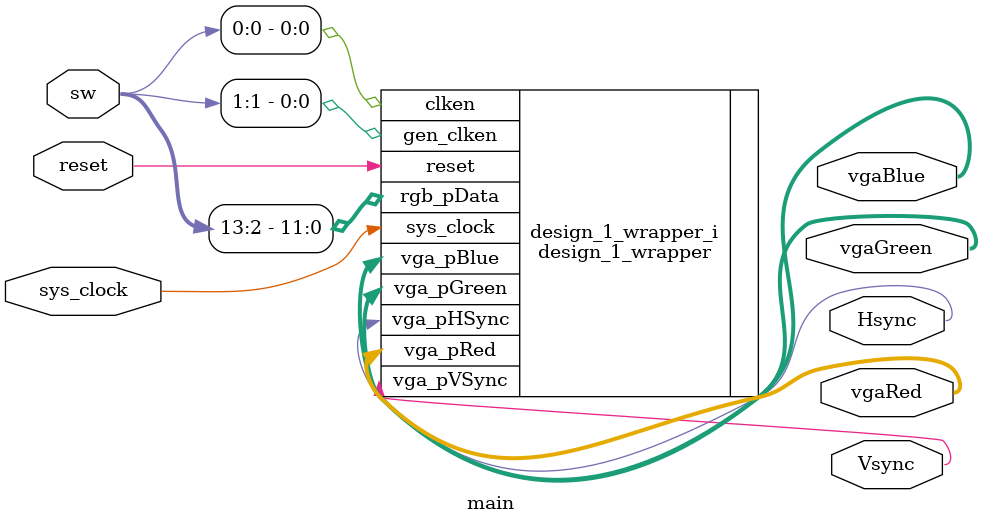
<source format=v>
`timescale 1ns / 1ps


module main (
    input wire reset,
    input wire sys_clock,
    input wire [13:0] sw,
    output wire [3:0] vgaBlue, vgaGreen, vgaRed,
    output wire Hsync,
    output wire Vsync
    );
    
    
  design_1_wrapper design_1_wrapper_i
         (.reset(reset),
          .sys_clock(sys_clock),
            .clken(sw[0]),
            .gen_clken(sw[1]),
          .rgb_pData(sw[13:2]),
          .vga_pRed(vgaRed),
          .vga_pBlue(vgaBlue),
          .vga_pGreen(vgaGreen),
          .vga_pHSync(Hsync),
          .vga_pVSync(Vsync)
   );
    

endmodule

</source>
